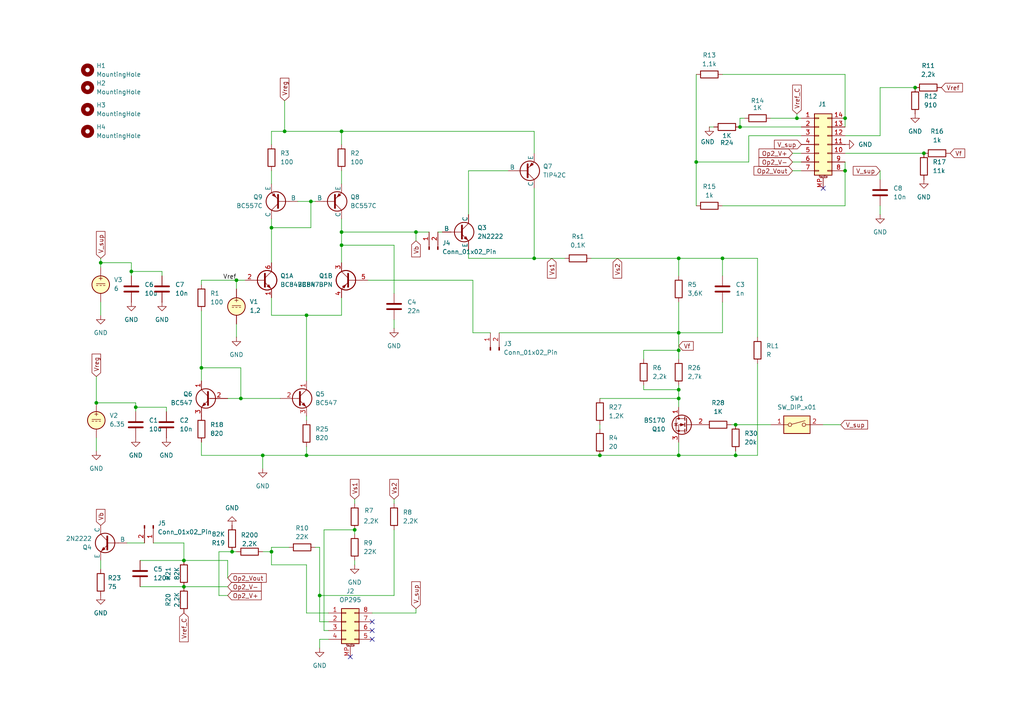
<source format=kicad_sch>
(kicad_sch (version 20231120) (generator "eeschema") (generator_version "8.0")
  (paper "A4")
  (lib_symbols
    (symbol "Connector:Conn_01x02_Pin" (pin_names (offset 1.016) hide)
      (property "Reference" "J" (at 0 2.54 0))
      (property "Value" "Conn_01x02_Pin" (at 0 -5.08 0))
      (symbol "Conn_01x02_Pin_1_1"
        (pin passive line (at 5.08 0 180) (length 3.81) (name "Pin_1") (number "1"))
        (pin passive line (at 5.08 -2.54 180) (length 3.81) (name "Pin_2") (number "2"))
      )
    )
    (symbol "Connector_Generic_MountingPin:Conn_02x04_Counter_Clockwise_MountingPin" (pin_names (offset 1.016) hide)
      (property "Reference" "J" (at 1.27 5.08 0))
      (property "Value" "Conn_02x04_Counter_Clockwise_MountingPin" (at 2.54 -7.62 0))
      (symbol "Conn_02x04_Counter_Clockwise_MountingPin_1_1"
        (text "Mounting" (at 1.27 -6.731 0) (effects (font (size 0.381 0.381))))
        (pin passive line (at -5.08 2.54 0) (length 3.81) (name "Pin_1") (number "1"))
        (pin passive line (at -5.08 0 0) (length 3.81) (name "Pin_2") (number "2"))
        (pin passive line (at -5.08 -2.54 0) (length 3.81) (name "Pin_3") (number "3"))
        (pin passive line (at -5.08 -5.08 0) (length 3.81) (name "Pin_4") (number "4"))
        (pin passive line (at 7.62 -5.08 180) (length 3.81) (name "Pin_5") (number "5"))
        (pin passive line (at 7.62 -2.54 180) (length 3.81) (name "Pin_6") (number "6"))
        (pin passive line (at 7.62 0 180) (length 3.81) (name "Pin_7") (number "7"))
        (pin passive line (at 7.62 2.54 180) (length 3.81) (name "Pin_8") (number "8"))
        (pin passive line (at 1.27 -10.16 90) (length 3.048) (name "MountPin") (number "MP"))
      )
    )
    (symbol "Connector_Generic_MountingPin:Conn_02x07_Counter_Clockwise_MountingPin" (pin_names (offset 1.016) hide)
      (property "Reference" "J" (at 1.27 10.16 0))
      (property "Value" "Conn_02x07_Counter_Clockwise_MountingPin" (at 2.54 -10.16 0))
      (symbol "Conn_02x07_Counter_Clockwise_MountingPin_1_1"
        (text "Mounting" (at 1.27 -9.271 0) (effects (font (size 0.381 0.381))))
        (pin passive line (at -5.08 7.62 0) (length 3.81) (name "Pin_1") (number "1"))
        (pin passive line (at 7.62 -2.54 180) (length 3.81) (name "Pin_10") (number "10"))
        (pin passive line (at 7.62 0 180) (length 3.81) (name "Pin_11") (number "11"))
        (pin passive line (at 7.62 2.54 180) (length 3.81) (name "Pin_12") (number "12"))
        (pin passive line (at 7.62 5.08 180) (length 3.81) (name "Pin_13") (number "13"))
        (pin passive line (at 7.62 7.62 180) (length 3.81) (name "Pin_14") (number "14"))
        (pin passive line (at -5.08 5.08 0) (length 3.81) (name "Pin_2") (number "2"))
        (pin passive line (at -5.08 2.54 0) (length 3.81) (name "Pin_3") (number "3"))
        (pin passive line (at -5.08 0 0) (length 3.81) (name "Pin_4") (number "4"))
        (pin passive line (at -5.08 -2.54 0) (length 3.81) (name "Pin_5") (number "5"))
        (pin passive line (at -5.08 -5.08 0) (length 3.81) (name "Pin_6") (number "6"))
        (pin passive line (at -5.08 -7.62 0) (length 3.81) (name "Pin_7") (number "7"))
        (pin passive line (at 7.62 -7.62 180) (length 3.81) (name "Pin_8") (number "8"))
        (pin passive line (at 7.62 -5.08 180) (length 3.81) (name "Pin_9") (number "9"))
        (pin passive line (at 1.27 -12.7 90) (length 3.048) (name "MountPin") (number "MP"))
      )
    )
    (symbol "Device:C" (pin_numbers hide) (pin_names (offset 0.254))
      (property "Reference" "C" (at 0.635 2.54 0))
      (property "Value" "C" (at 0.635 -2.54 0))
      (symbol "C_1_1"
        (pin passive line (at 0 3.81 270) (length 2.794) (name "~") (number "1"))
        (pin passive line (at 0 -3.81 90) (length 2.794) (name "~") (number "2"))
      )
    )
    (symbol "Device:R" (pin_numbers hide) (pin_names (offset 0))
      (property "Reference" "R" (at 2.032 0 90))
      (property "Value" "R" (at 0 0 90))
      (symbol "R_1_1"
        (pin passive line (at 0 3.81 270) (length 1.27) (name "~") (number "1"))
        (pin passive line (at 0 -3.81 90) (length 1.27) (name "~") (number "2"))
      )
    )
    (symbol "Mechanical:MountingHole" (pin_names (offset 1.016))
      (property "Reference" "H" (at 0 5.08 0))
      (property "Value" "MountingHole" (at 0 3.175 0))
    )
    (symbol "Simulation_SPICE:NPN" (pin_numbers hide) (pin_names (offset 0))
      (property "Reference" "Q" (at -2.54 7.62 0))
      (property "Value" "NPN" (at -2.54 5.08 0))
      (symbol "NPN_1_1"
        (pin open_collector line (at 2.54 5.08 270) (length 2.54) (name "C") (number "1"))
        (pin input line (at -5.08 0 0) (length 2.54) (name "B") (number "2"))
        (pin open_emitter line (at 2.54 -5.08 90) (length 2.54) (name "E") (number "3"))
      )
    )
    (symbol "Simulation_SPICE:PNP" (pin_numbers hide) (pin_names (offset 0))
      (property "Reference" "Q" (at -2.54 7.62 0))
      (property "Value" "PNP" (at -2.54 5.08 0))
      (symbol "PNP_1_1"
        (pin open_collector line (at 2.54 5.08 270) (length 2.54) (name "C") (number "1"))
        (pin input line (at -5.08 0 0) (length 2.54) (name "B") (number "2"))
        (pin open_emitter line (at 2.54 -5.08 90) (length 2.54) (name "E") (number "3"))
      )
    )
    (symbol "Simulation_SPICE:VDC" (pin_numbers hide) (pin_names (offset 0.0254))
      (property "Reference" "V" (at 2.54 2.54 0))
      (property "Value" "1" (at 2.54 0 0))
      (symbol "VDC_0_0"
        (text "+" (at 0 1.905 0) (effects (font (size 1.27 1.27))))
      )
      (symbol "VDC_1_1"
        (pin passive line (at 0 5.08 270) (length 2.54) (name "~") (number "1"))
        (pin passive line (at 0 -5.08 90) (length 2.54) (name "~") (number "2"))
      )
    )
    (symbol "Switch:SW_DIP_x01" (pin_names (offset 0) hide)
      (property "Reference" "SW" (at 0 3.81 0))
      (property "Value" "SW_DIP_x01" (at 0 -3.81 0))
      (symbol "SW_DIP_x01_1_1"
        (pin passive line (at -7.62 0 0) (length 5.08) (name "~") (number "1"))
        (pin passive line (at 7.62 0 180) (length 5.08) (name "~") (number "2"))
      )
    )
    (symbol "Transistor_BJT:BC547" (pin_names (offset 0) hide)
      (property "Reference" "Q" (at 5.08 1.905 0))
      (property "Value" "BC547" (at 5.08 0 0))
      (symbol "BC547_1_1"
        (pin passive line (at 2.54 5.08 270) (length 2.54) (name "C") (number "1"))
        (pin input line (at -5.08 0 0) (length 5.08) (name "B") (number "2"))
        (pin passive line (at 2.54 -5.08 90) (length 2.54) (name "E") (number "3"))
      )
    )
    (symbol "Transistor_BJT:BC847BPN" (pin_names (offset 0) hide)
      (property "Reference" "Q" (at 5.08 1.27 0))
      (property "Value" "BC847BPN" (at 5.08 -1.27 0))
      (symbol "BC847BPN_1_1"
        (pin passive line (at 2.54 -5.08 90) (length 2.54) (name "E1") (number "1"))
        (pin input line (at -5.08 0 0) (length 2.54) (name "B1") (number "2"))
        (pin passive line (at 2.54 5.08 270) (length 2.54) (name "C1") (number "6"))
      )
      (symbol "BC847BPN_2_1"
        (pin passive line (at 2.54 5.08 270) (length 2.54) (name "C2") (number "3"))
        (pin passive line (at 2.54 -5.08 90) (length 2.54) (name "E2") (number "4"))
        (pin input line (at -5.08 0 0) (length 2.54) (name "B2") (number "5"))
      )
    )
    (symbol "Transistor_FET:BS170" (pin_names hide)
      (property "Reference" "Q" (at 5.08 1.905 0))
      (property "Value" "BS170" (at 5.08 0 0))
      (symbol "BS170_1_1"
        (pin passive line (at 2.54 5.08 270) (length 2.54) (name "D") (number "1"))
        (pin input line (at -5.08 0 0) (length 2.54) (name "G") (number "2"))
        (pin passive line (at 2.54 -5.08 90) (length 2.54) (name "S") (number "3"))
      )
    )
    (symbol "power:GND" (power) (pin_numbers hide) (pin_names (offset 0) hide)
      (property "Value" "GND" (at 0 -3.81 0))
      (symbol "GND_1_1"
        (pin power_in line (at 0 0 270) (length 0) (name "~") (number "1"))
      )
    )
  )
  (junction (at 213.36 123.19))
  (junction (at 88.9 132.08))
  (junction (at 154.94 74.93))
  (junction (at 53.34 162.56))
  (junction (at 196.85 115.57))
  (junction (at 29.21 76.2))
  (junction (at 173.99 132.08))
  (junction (at 102.87 153.67))
  (junction (at 53.34 170.18))
  (junction (at 67.31 160.02))
  (junction (at 196.85 113.03))
  (junction (at 245.11 49.53))
  (junction (at 82.55 38.1))
  (junction (at 58.42 106.68))
  (junction (at 38.1 78.74))
  (junction (at 196.85 74.93))
  (junction (at 76.2 132.08))
  (junction (at 213.36 132.08))
  (junction (at 92.71 172.72))
  (junction (at 78.74 160.02))
  (junction (at 99.06 71.12))
  (junction (at 231.14 34.29))
  (junction (at 68.58 81.28))
  (junction (at 120.65 67.31))
  (junction (at 88.9 91.44))
  (junction (at 209.55 74.93))
  (junction (at 99.06 38.1))
  (junction (at 201.93 46.99))
  (junction (at 196.85 101.6))
  (junction (at 78.74 66.04))
  (junction (at 245.11 34.29))
  (junction (at 69.85 115.57))
  (junction (at 265.43 25.4))
  (junction (at 39.37 118.11))
  (junction (at 99.06 67.31))
  (junction (at 214.63 36.83))
  (junction (at 267.97 44.45))
  (junction (at 90.17 58.42))
  (junction (at 196.85 132.08))
  (junction (at 27.94 116.84))
  (junction (at 196.85 96.52))
  (no_connect (at 101.6 190.5))
  (no_connect (at 107.95 182.88))
  (no_connect (at 107.95 185.42))
  (no_connect (at 238.76 54.61))
  (no_connect (at 107.95 180.34))
  (wire (pts (xy 66.04 167.64) (xy 66.04 162.56)))
  (wire (pts (xy 29.21 165.1) (xy 29.21 162.56)))
  (wire (pts (xy 186.69 111.76) (xy 186.69 113.03)))
  (wire (pts (xy 232.41 39.37) (xy 217.17 39.37)))
  (wire (pts (xy 196.85 113.03) (xy 196.85 115.57)))
  (wire (pts (xy 99.06 38.1) (xy 154.94 38.1)))
  (wire (pts (xy 212.09 123.19) (xy 213.36 123.19)))
  (wire (pts (xy 120.65 176.53) (xy 120.65 177.8)))
  (wire (pts (xy 102.87 162.56) (xy 102.87 163.83)))
  (wire (pts (xy 137.16 81.28) (xy 137.16 96.52)))
  (wire (pts (xy 196.85 74.93) (xy 209.55 74.93)))
  (wire (pts (xy 88.9 177.8) (xy 88.9 163.83)))
  (wire (pts (xy 58.42 81.28) (xy 68.58 81.28)))
  (wire (pts (xy 186.69 104.14) (xy 186.69 101.6)))
  (wire (pts (xy 231.14 33.02) (xy 231.14 34.29)))
  (wire (pts (xy 213.36 132.08) (xy 219.71 132.08)))
  (wire (pts (xy 114.3 92.71) (xy 114.3 95.25)))
  (wire (pts (xy 38.1 76.2) (xy 38.1 78.74)))
  (wire (pts (xy 29.21 87.63) (xy 29.21 91.44)))
  (wire (pts (xy 39.37 118.11) (xy 39.37 119.38)))
  (wire (pts (xy 196.85 132.08) (xy 213.36 132.08)))
  (wire (pts (xy 201.93 21.59) (xy 201.93 46.99)))
  (wire (pts (xy 219.71 105.41) (xy 219.71 132.08)))
  (wire (pts (xy 173.99 115.57) (xy 196.85 115.57)))
  (wire (pts (xy 201.93 46.99) (xy 201.93 59.69)))
  (wire (pts (xy 88.9 110.49) (xy 88.9 91.44)))
  (wire (pts (xy 90.17 58.42) (xy 91.44 58.42)))
  (wire (pts (xy 82.55 29.21) (xy 82.55 38.1)))
  (wire (pts (xy 93.98 153.67) (xy 93.98 182.88)))
  (wire (pts (xy 69.85 115.57) (xy 69.85 106.68)))
  (wire (pts (xy 88.9 120.65) (xy 88.9 121.92)))
  (wire (pts (xy 91.44 158.75) (xy 92.71 158.75)))
  (wire (pts (xy 238.76 123.19) (xy 243.84 123.19)))
  (wire (pts (xy 66.04 162.56) (xy 53.34 162.56)))
  (wire (pts (xy 120.65 177.8) (xy 107.95 177.8)))
  (wire (pts (xy 76.2 132.08) (xy 88.9 132.08)))
  (wire (pts (xy 44.45 157.48) (xy 53.34 157.48)))
  (wire (pts (xy 95.25 177.8) (xy 88.9 177.8)))
  (wire (pts (xy 154.94 44.45) (xy 154.94 38.1)))
  (wire (pts (xy 27.94 116.84) (xy 39.37 116.84)))
  (wire (pts (xy 209.55 59.69) (xy 245.11 59.69)))
  (wire (pts (xy 46.99 78.74) (xy 46.99 80.01)))
  (wire (pts (xy 58.42 106.68) (xy 58.42 110.49)))
  (wire (pts (xy 196.85 115.57) (xy 196.85 118.11)))
  (wire (pts (xy 245.11 39.37) (xy 255.27 39.37)))
  (wire (pts (xy 173.99 123.19) (xy 173.99 124.46)))
  (wire (pts (xy 245.11 46.99) (xy 245.11 49.53)))
  (wire (pts (xy 92.71 187.96) (xy 92.71 185.42)))
  (wire (pts (xy 40.64 162.56) (xy 53.34 162.56)))
  (wire (pts (xy 67.31 160.02) (xy 68.58 160.02)))
  (wire (pts (xy 82.55 38.1) (xy 99.06 38.1)))
  (wire (pts (xy 29.21 76.2) (xy 29.21 77.47)))
  (wire (pts (xy 201.93 46.99) (xy 217.17 46.99)))
  (wire (pts (xy 29.21 74.93) (xy 29.21 76.2)))
  (wire (pts (xy 196.85 128.27) (xy 196.85 132.08)))
  (wire (pts (xy 171.45 74.93) (xy 196.85 74.93)))
  (wire (pts (xy 93.98 182.88) (xy 95.25 182.88)))
  (wire (pts (xy 231.14 34.29) (xy 232.41 34.29)))
  (wire (pts (xy 209.55 96.52) (xy 196.85 96.52)))
  (wire (pts (xy 78.74 86.36) (xy 78.74 91.44)))
  (wire (pts (xy 92.71 185.42) (xy 95.25 185.42)))
  (wire (pts (xy 78.74 160.02) (xy 78.74 163.83)))
  (wire (pts (xy 205.74 36.83) (xy 207.01 36.83)))
  (wire (pts (xy 102.87 153.67) (xy 102.87 154.94)))
  (wire (pts (xy 58.42 82.55) (xy 58.42 81.28)))
  (wire (pts (xy 106.68 81.28) (xy 137.16 81.28)))
  (wire (pts (xy 209.55 74.93) (xy 209.55 80.01)))
  (wire (pts (xy 186.69 113.03) (xy 196.85 113.03)))
  (wire (pts (xy 196.85 87.63) (xy 196.85 96.52)))
  (wire (pts (xy 68.58 93.98) (xy 68.58 97.79)))
  (wire (pts (xy 95.25 180.34) (xy 92.71 180.34)))
  (wire (pts (xy 135.89 72.39) (xy 135.89 74.93)))
  (wire (pts (xy 196.85 111.76) (xy 196.85 113.03)))
  (wire (pts (xy 39.37 118.11) (xy 48.26 118.11)))
  (wire (pts (xy 229.87 49.53) (xy 232.41 49.53)))
  (wire (pts (xy 223.52 34.29) (xy 231.14 34.29)))
  (wire (pts (xy 27.94 109.22) (xy 27.94 116.84)))
  (wire (pts (xy 78.74 63.5) (xy 78.74 66.04)))
  (wire (pts (xy 219.71 74.93) (xy 219.71 97.79)))
  (wire (pts (xy 27.94 127) (xy 27.94 130.81)))
  (wire (pts (xy 88.9 132.08) (xy 173.99 132.08)))
  (wire (pts (xy 58.42 132.08) (xy 76.2 132.08)))
  (wire (pts (xy 245.11 59.69) (xy 245.11 49.53)))
  (wire (pts (xy 92.71 158.75) (xy 92.71 172.72)))
  (wire (pts (xy 99.06 67.31) (xy 99.06 71.12)))
  (wire (pts (xy 114.3 144.78) (xy 114.3 146.05)))
  (wire (pts (xy 93.98 153.67) (xy 102.87 153.67)))
  (wire (pts (xy 245.11 44.45) (xy 267.97 44.45)))
  (wire (pts (xy 135.89 49.53) (xy 135.89 62.23)))
  (wire (pts (xy 78.74 160.02) (xy 78.74 158.75)))
  (wire (pts (xy 68.58 83.82) (xy 68.58 81.28)))
  (wire (pts (xy 63.5 172.72) (xy 66.04 172.72)))
  (wire (pts (xy 196.85 96.52) (xy 196.85 101.6)))
  (wire (pts (xy 63.5 160.02) (xy 63.5 172.72)))
  (wire (pts (xy 29.21 76.2) (xy 38.1 76.2)))
  (wire (pts (xy 214.63 34.29) (xy 214.63 36.83)))
  (wire (pts (xy 114.3 172.72) (xy 92.71 172.72)))
  (wire (pts (xy 229.87 44.45) (xy 232.41 44.45)))
  (wire (pts (xy 196.85 101.6) (xy 196.85 104.14)))
  (wire (pts (xy 58.42 90.17) (xy 58.42 106.68)))
  (wire (pts (xy 66.04 115.57) (xy 69.85 115.57)))
  (wire (pts (xy 69.85 115.57) (xy 81.28 115.57)))
  (wire (pts (xy 217.17 39.37) (xy 217.17 46.99)))
  (wire (pts (xy 127 67.31) (xy 128.27 67.31)))
  (wire (pts (xy 144.78 96.52) (xy 196.85 96.52)))
  (wire (pts (xy 114.3 71.12) (xy 99.06 71.12)))
  (wire (pts (xy 99.06 91.44) (xy 99.06 86.36)))
  (wire (pts (xy 173.99 132.08) (xy 196.85 132.08)))
  (wire (pts (xy 53.34 170.18) (xy 66.04 170.18)))
  (wire (pts (xy 135.89 74.93) (xy 154.94 74.93)))
  (wire (pts (xy 120.65 67.31) (xy 124.46 67.31)))
  (wire (pts (xy 78.74 66.04) (xy 78.74 76.2)))
  (wire (pts (xy 90.17 66.04) (xy 78.74 66.04)))
  (wire (pts (xy 154.94 54.61) (xy 154.94 74.93)))
  (wire (pts (xy 78.74 49.53) (xy 78.74 53.34)))
  (wire (pts (xy 99.06 49.53) (xy 99.06 53.34)))
  (wire (pts (xy 102.87 144.78) (xy 102.87 146.05)))
  (wire (pts (xy 209.55 21.59) (xy 245.11 21.59)))
  (wire (pts (xy 114.3 85.09) (xy 114.3 71.12)))
  (wire (pts (xy 88.9 129.54) (xy 88.9 132.08)))
  (wire (pts (xy 38.1 78.74) (xy 38.1 80.01)))
  (wire (pts (xy 78.74 38.1) (xy 82.55 38.1)))
  (wire (pts (xy 255.27 25.4) (xy 265.43 25.4)))
  (wire (pts (xy 68.58 81.28) (xy 71.12 81.28)))
  (wire (pts (xy 39.37 116.84) (xy 39.37 118.11)))
  (wire (pts (xy 229.87 46.99) (xy 232.41 46.99)))
  (wire (pts (xy 114.3 153.67) (xy 114.3 172.72)))
  (wire (pts (xy 209.55 74.93) (xy 219.71 74.93)))
  (wire (pts (xy 36.83 157.48) (xy 41.91 157.48)))
  (wire (pts (xy 40.64 170.18) (xy 53.34 170.18)))
  (wire (pts (xy 213.36 130.81) (xy 213.36 132.08)))
  (wire (pts (xy 137.16 96.52) (xy 142.24 96.52)))
  (wire (pts (xy 120.65 67.31) (xy 120.65 69.85)))
  (wire (pts (xy 154.94 74.93) (xy 163.83 74.93)))
  (wire (pts (xy 48.26 118.11) (xy 48.26 119.38)))
  (wire (pts (xy 78.74 91.44) (xy 88.9 91.44)))
  (wire (pts (xy 76.2 132.08) (xy 76.2 135.89)))
  (wire (pts (xy 63.5 160.02) (xy 67.31 160.02)))
  (wire (pts (xy 88.9 91.44) (xy 99.06 91.44)))
  (wire (pts (xy 255.27 39.37) (xy 255.27 25.4)))
  (wire (pts (xy 90.17 58.42) (xy 90.17 66.04)))
  (wire (pts (xy 92.71 172.72) (xy 92.71 180.34)))
  (wire (pts (xy 53.34 162.56) (xy 53.34 157.48)))
  (wire (pts (xy 245.11 21.59) (xy 245.11 34.29)))
  (wire (pts (xy 78.74 158.75) (xy 83.82 158.75)))
  (wire (pts (xy 99.06 63.5) (xy 99.06 67.31)))
  (wire (pts (xy 78.74 163.83) (xy 88.9 163.83)))
  (wire (pts (xy 255.27 49.53) (xy 255.27 52.07)))
  (wire (pts (xy 135.89 49.53) (xy 147.32 49.53)))
  (wire (pts (xy 215.9 34.29) (xy 214.63 34.29)))
  (wire (pts (xy 245.11 34.29) (xy 245.11 36.83)))
  (wire (pts (xy 99.06 38.1) (xy 99.06 41.91)))
  (wire (pts (xy 78.74 41.91) (xy 78.74 38.1)))
  (wire (pts (xy 99.06 71.12) (xy 99.06 76.2)))
  (wire (pts (xy 58.42 106.68) (xy 69.85 106.68)))
  (wire (pts (xy 209.55 87.63) (xy 209.55 96.52)))
  (wire (pts (xy 255.27 59.69) (xy 255.27 62.23)))
  (wire (pts (xy 196.85 74.93) (xy 196.85 80.01)))
  (wire (pts (xy 76.2 160.02) (xy 78.74 160.02)))
  (wire (pts (xy 213.36 123.19) (xy 223.52 123.19)))
  (wire (pts (xy 86.36 58.42) (xy 90.17 58.42)))
  (wire (pts (xy 58.42 128.27) (xy 58.42 132.08)))
  (wire (pts (xy 99.06 67.31) (xy 120.65 67.31)))
  (wire (pts (xy 214.63 36.83) (xy 232.41 36.83)))
  (wire (pts (xy 38.1 78.74) (xy 46.99 78.74)))
  (wire (pts (xy 186.69 101.6) (xy 196.85 101.6)))
  (label "Vref" (at 68.58 81.28 180))
  (global_label "Op2_V-" (shape input) (at 229.87 46.99 180) (property "Intersheetrefs" "${INTERSHEET_REFS}" (effects (hide yes))))
  (global_label "Vs1" (shape input) (at 102.87 144.78 90) (property "Intersheetrefs" "${INTERSHEET_REFS}" (effects (hide yes))))
  (global_label "V_sup" (shape input) (at 232.41 41.91 180) (property "Intersheetrefs" "${INTERSHEET_REFS}" (effects (hide yes))))
  (global_label "V_sup" (shape input) (at 255.27 49.53 180) (property "Intersheetrefs" "${INTERSHEET_REFS}" (effects (hide yes))))
  (global_label "Vf" (shape input) (at 196.85 100.33 0) (property "Intersheetrefs" "${INTERSHEET_REFS}" (effects (hide yes))))
  (global_label "Vs2" (shape input) (at 179.07 74.93 270) (property "Intersheetrefs" "${INTERSHEET_REFS}" (effects (hide yes))))
  (global_label "Vreg" (shape input) (at 27.94 109.22 90) (property "Intersheetrefs" "${INTERSHEET_REFS}" (effects (hide yes))))
  (global_label "Vs1" (shape input) (at 160.02 74.93 270) (property "Intersheetrefs" "${INTERSHEET_REFS}" (effects (hide yes))))
  (global_label "Vs2" (shape input) (at 114.3 144.78 90) (property "Intersheetrefs" "${INTERSHEET_REFS}" (effects (hide yes))))
  (global_label "Vref_C" (shape input) (at 53.34 177.8 270) (property "Intersheetrefs" "${INTERSHEET_REFS}" (effects (hide yes))))
  (global_label "Op2_Vout" (shape input) (at 66.04 167.64 0) (property "Intersheetrefs" "${INTERSHEET_REFS}" (effects (hide yes))))
  (global_label "V_sup" (shape input) (at 120.65 176.53 90) (property "Intersheetrefs" "${INTERSHEET_REFS}" (effects (hide yes))))
  (global_label "V_sup" (shape input) (at 243.84 123.19 0) (property "Intersheetrefs" "${INTERSHEET_REFS}" (effects (hide yes))))
  (global_label "Vb" (shape input) (at 29.21 152.4 90) (property "Intersheetrefs" "${INTERSHEET_REFS}" (effects (hide yes))))
  (global_label "Op2_V-" (shape input) (at 66.04 170.18 0) (property "Intersheetrefs" "${INTERSHEET_REFS}" (effects (hide yes))))
  (global_label "Op2_Vout" (shape input) (at 229.87 49.53 180) (property "Intersheetrefs" "${INTERSHEET_REFS}" (effects (hide yes))))
  (global_label "V_sup" (shape input) (at 29.21 74.93 90) (property "Intersheetrefs" "${INTERSHEET_REFS}" (effects (hide yes))))
  (global_label "Vref" (shape input) (at 273.05 25.4 0) (property "Intersheetrefs" "${INTERSHEET_REFS}" (effects (hide yes))))
  (global_label "Vreg" (shape input) (at 82.55 29.21 90) (property "Intersheetrefs" "${INTERSHEET_REFS}" (effects (hide yes))))
  (global_label "Vf" (shape input) (at 275.59 44.45 0) (property "Intersheetrefs" "${INTERSHEET_REFS}" (effects (hide yes))))
  (global_label "Op2_V+" (shape input) (at 66.04 172.72 0) (property "Intersheetrefs" "${INTERSHEET_REFS}" (effects (hide yes))))
  (global_label "Vref_C" (shape input) (at 231.14 33.02 90) (property "Intersheetrefs" "${INTERSHEET_REFS}" (effects (hide yes))))
  (global_label "Op2_V+" (shape input) (at 229.87 44.45 180) (property "Intersheetrefs" "${INTERSHEET_REFS}" (effects (hide yes))))
  (global_label "Vb" (shape input) (at 120.65 69.85 270) (property "Intersheetrefs" "${INTERSHEET_REFS}" (effects (hide yes))))
  (symbol (lib_id "Device:R") (at 271.78 44.45 270) (unit 1)
    (property "Reference" "R16" (at 271.78 38.1 90))
    (property "Value" "1k" (at 271.78 40.64 90))
    (property "Footprint" "Resistor_THT:R_Axial_DIN0204_L3.6mm_D1.6mm_P7.62mm_Horizontal" (effects (hide yes)))
    (property "Description" "Resistor" (effects (hide yes)))
  )
  (symbol (lib_id "Device:R") (at 219.71 101.6 180) (unit 1)
    (property "Reference" "RL1" (at 222.25 100.3299 0) (effects (justify right)))
    (property "Value" "R" (at 222.25 102.8699 0) (effects (justify right)))
    (property "Footprint" "TerminalBlock_Phoenix:TerminalBlock_Phoenix_MKDS-3-2-5.08_1x02_P5.08mm_Horizontal" (effects (hide yes)))
    (property "Description" "Resistor" (effects (hide yes)))
  )
  (symbol (lib_id "Device:R") (at 173.99 119.38 180) (unit 1)
    (property "Reference" "R27" (at 176.53 118.1099 0) (effects (justify right)))
    (property "Value" "1,2K" (at 176.53 120.6499 0) (effects (justify right)))
    (property "Footprint" "Resistor_THT:R_Axial_DIN0204_L3.6mm_D1.6mm_P7.62mm_Horizontal" (effects (hide yes)))
    (property "Description" "Resistor" (effects (hide yes)))
  )
  (symbol (lib_id "Device:R") (at 267.97 48.26 180) (unit 1)
    (property "Reference" "R17" (at 270.51 46.9899 0) (effects (justify right)))
    (property "Value" "11k" (at 270.51 49.5299 0) (effects (justify right)))
    (property "Footprint" "Resistor_THT:R_Axial_DIN0204_L3.6mm_D1.6mm_P7.62mm_Horizontal" (effects (hide yes)))
    (property "Description" "Resistor" (effects (hide yes)))
  )
  (symbol (lib_id "Device:R") (at 99.06 45.72 0) (unit 1)
    (property "Reference" "R2" (at 101.6 44.4499 0) (effects (justify left)))
    (property "Value" "100" (at 101.6 46.9899 0) (effects (justify left)))
    (property "Footprint" "Resistor_THT:R_Axial_DIN0204_L3.6mm_D1.6mm_P7.62mm_Horizontal" (effects (hide yes)))
    (property "Description" "Resistor" (effects (hide yes)))
  )
  (symbol (lib_id "Connector_Generic_MountingPin:Conn_02x04_Counter_Clockwise_MountingPin") (at 100.33 180.34 0) (unit 1)
    (property "Reference" "J2" (at 101.6 171.45 0))
    (property "Value" "OP295" (at 101.6 173.99 0))
    (property "Footprint" "Package_DIP:DIP-8_W7.62mm" (effects (hide yes)))
    (property "Description" "Generic connectable mounting pin connector, double row, 02x04, counter clockwise pin numbering scheme (similar to DIP package numbering), script generated (kicad-library-utils/schlib/autogen/connector/)" (effects (hide yes)))
  )
  (symbol (lib_id "power:GND") (at 29.21 91.44 0) (unit 1) (on_board no)
    (property "Reference" "#PWR06" (effects (hide yes)))
    (property "Value" "GND" (at 29.21 96.52 0))
    (property "Description" "Power symbol creates a global label with name \"GND\" , ground" (effects (hide yes)))
  )
  (symbol (lib_id "power:GND") (at 48.26 127 0) (unit 1) (on_board no)
    (property "Reference" "#PWR015" (effects (hide yes)))
    (property "Value" "GND" (at 48.26 132.08 0))
    (property "Description" "Power symbol creates a global label with name \"GND\" , ground" (effects (hide yes)))
  )
  (symbol (lib_id "power:GND") (at 46.99 87.63 0) (unit 1) (on_board no)
    (property "Reference" "#PWR017" (effects (hide yes)))
    (property "Value" "GND" (at 46.99 92.71 0))
    (property "Description" "Power symbol creates a global label with name \"GND\" , ground" (effects (hide yes)))
  )
  (symbol (lib_id "Device:R") (at 53.34 166.37 180) (unit 1)
    (property "Reference" "R21" (at 48.768 166.37 90))
    (property "Value" "82K" (at 51.308 166.37 90))
    (property "Footprint" "Resistor_THT:R_Axial_DIN0204_L3.6mm_D1.6mm_P7.62mm_Horizontal" (effects (hide yes)))
    (property "Description" "Resistor" (effects (hide yes)))
  )
  (symbol (lib_id "power:GND") (at 38.1 87.63 0) (unit 1) (on_board no)
    (property "Reference" "#PWR016" (effects (hide yes)))
    (property "Value" "GND" (at 38.1 92.71 0))
    (property "Description" "Power symbol creates a global label with name \"GND\" , ground" (effects (hide yes)))
  )
  (symbol (lib_id "Device:R") (at 186.69 107.95 180) (unit 1)
    (property "Reference" "R6" (at 189.23 106.6799 0) (effects (justify right)))
    (property "Value" "2,2k" (at 189.23 109.2199 0) (effects (justify right)))
    (property "Footprint" "Resistor_THT:R_Axial_DIN0204_L3.6mm_D1.6mm_P7.62mm_Horizontal" (effects (hide yes)))
    (property "Description" "Resistor" (effects (hide yes)))
  )
  (symbol (lib_id "Mechanical:MountingHole") (at 25.4 20.32 0) (unit 1)
    (property "Reference" "H1" (at 27.94 19.05 0) (effects (justify left)))
    (property "Value" "MountingHole" (at 27.94 21.59 0) (effects (justify left)))
    (property "Footprint" "MountingHole:MountingHole_2.7mm_M2.5" (effects (hide yes)))
  )
  (symbol (lib_id "Device:C") (at 114.3 88.9 0) (unit 1)
    (property "Reference" "C4" (at 118.11 87.6299 0) (effects (justify left)))
    (property "Value" "22n" (at 118.11 90.1699 0) (effects (justify left)))
    (property "Footprint" "Capacitor_THT:C_Disc_D5.0mm_W2.5mm_P5.00mm" (effects (hide yes)))
    (property "Description" "Unpolarized capacitor" (effects (hide yes)))
  )
  (symbol (lib_id "Device:R") (at 269.24 25.4 270) (unit 1)
    (property "Reference" "R11" (at 269.24 19.05 90))
    (property "Value" "2,2k" (at 269.24 21.59 90))
    (property "Footprint" "Resistor_THT:R_Axial_DIN0204_L3.6mm_D1.6mm_P7.62mm_Horizontal" (effects (hide yes)))
    (property "Description" "Resistor" (effects (hide yes)))
  )
  (symbol (lib_id "Device:R") (at 78.74 45.72 0) (unit 1)
    (property "Reference" "R3" (at 81.28 44.4499 0) (effects (justify left)))
    (property "Value" "100" (at 81.28 46.9899 0) (effects (justify left)))
    (property "Footprint" "Resistor_THT:R_Axial_DIN0204_L3.6mm_D1.6mm_P7.62mm_Horizontal" (effects (hide yes)))
    (property "Description" "Resistor" (effects (hide yes)))
  )
  (symbol (lib_id "Device:R") (at 196.85 83.82 180) (unit 1)
    (property "Reference" "R5" (at 199.39 82.5499 0) (effects (justify right)))
    (property "Value" "3,6K" (at 199.39 85.0899 0) (effects (justify right)))
    (property "Footprint" "Resistor_THT:R_Axial_DIN0204_L3.6mm_D1.6mm_P7.62mm_Horizontal" (effects (hide yes)))
    (property "Description" "Resistor" (effects (hide yes)))
  )
  (symbol (lib_id "Device:R") (at 67.31 156.21 0) (unit 1)
    (property "Reference" "R19" (at 65.278 157.48 0) (effects (justify right)))
    (property "Value" "82K" (at 65.278 154.94 0) (effects (justify right)))
    (property "Footprint" "Resistor_THT:R_Axial_DIN0204_L3.6mm_D1.6mm_P7.62mm_Horizontal" (effects (hide yes)))
    (property "Description" "Resistor" (effects (hide yes)))
  )
  (symbol (lib_id "Device:R") (at 29.21 168.91 180) (unit 1)
    (property "Reference" "R23" (at 31.242 167.64 0) (effects (justify right)))
    (property "Value" "75" (at 31.242 170.18 0) (effects (justify right)))
    (property "Footprint" "Resistor_THT:R_Axial_DIN0204_L3.6mm_D1.6mm_P7.62mm_Horizontal" (effects (hide yes)))
    (property "Description" "Resistor" (effects (hide yes)))
  )
  (symbol (lib_id "power:GND") (at 205.74 36.83 0) (unit 1)
    (property "Reference" "#PWR08" (effects (hide yes)))
    (property "Value" "GND" (at 205.232 41.148 0))
    (property "Description" "Power symbol creates a global label with name \"GND\" , ground" (effects (hide yes)))
  )
  (symbol (lib_id "Device:R") (at 210.82 36.83 90) (unit 1)
    (property "Reference" "R24" (at 210.82 41.402 90))
    (property "Value" "1K" (at 210.82 39.37 90))
    (property "Footprint" "Resistor_THT:R_Axial_DIN0204_L3.6mm_D1.6mm_P7.62mm_Horizontal" (effects (hide yes)))
    (property "Description" "Resistor" (effects (hide yes)))
  )
  (symbol (lib_id "Device:R") (at 208.28 123.19 270) (unit 1)
    (property "Reference" "R28" (at 208.28 116.84 90))
    (property "Value" "1K" (at 208.28 119.38 90))
    (property "Footprint" "Resistor_THT:R_Axial_DIN0207_L6.3mm_D2.5mm_P10.16mm_Horizontal" (effects (hide yes)))
    (property "Description" "Resistor" (effects (hide yes)))
  )
  (symbol (lib_id "power:GND") (at 267.97 52.07 0) (unit 1)
    (property "Reference" "#PWR012" (effects (hide yes)))
    (property "Value" "GND" (at 267.97 57.15 0))
    (property "Description" "Power symbol creates a global label with name \"GND\" , ground" (effects (hide yes)))
  )
  (symbol (lib_id "Connector_Generic_MountingPin:Conn_02x07_Counter_Clockwise_MountingPin") (at 237.49 41.91 0) (unit 1)
    (property "Reference" "J1" (at 238.506 30.226 0))
    (property "Value" "Conn_02x07_Counter_Clockwise_MountingPin" (effects (hide yes)))
    (property "Footprint" "Package_DIP:DIP-14_W7.62mm" (effects (hide yes)))
    (property "Description" "Generic connectable mounting pin connector, double row, 02x07, counter clockwise pin numbering scheme (similar to DIP package numbering), script generated (kicad-library-utils/schlib/autogen/connector/)" (effects (hide yes)))
  )
  (symbol (lib_id "Device:C") (at 40.64 166.37 0) (unit 1)
    (property "Reference" "C5" (at 44.45 165.0999 0) (effects (justify left)))
    (property "Value" "120n" (at 44.45 167.6399 0) (effects (justify left)))
    (property "Footprint" "Capacitor_THT:C_Disc_D5.0mm_W2.5mm_P5.00mm" (effects (hide yes)))
    (property "Description" "Unpolarized capacitor" (effects (hide yes)))
  )
  (symbol (lib_id "power:GND") (at 265.43 33.02 0) (unit 1)
    (property "Reference" "#PWR011" (effects (hide yes)))
    (property "Value" "GND" (at 265.43 38.1 0))
    (property "Description" "Power symbol creates a global label with name \"GND\" , ground" (effects (hide yes)))
  )
  (symbol (lib_id "Device:R") (at 196.85 107.95 180) (unit 1)
    (property "Reference" "R26" (at 199.39 106.6799 0) (effects (justify right)))
    (property "Value" "2,7k" (at 199.39 109.2199 0) (effects (justify right)))
    (property "Footprint" "Resistor_THT:R_Axial_DIN0204_L3.6mm_D1.6mm_P7.62mm_Horizontal" (effects (hide yes)))
    (property "Description" "Resistor" (effects (hide yes)))
  )
  (symbol (lib_id "Device:R") (at 58.42 124.46 0) (unit 1)
    (property "Reference" "R18" (at 60.96 123.1899 0) (effects (justify left)))
    (property "Value" "820" (at 60.96 125.7299 0) (effects (justify left)))
    (property "Footprint" "Resistor_THT:R_Axial_DIN0204_L3.6mm_D1.6mm_P7.62mm_Horizontal" (effects (hide yes)))
    (property "Description" "Resistor" (effects (hide yes)))
  )
  (symbol (lib_id "Switch:SW_DIP_x01") (at 231.14 123.19 0) (unit 1)
    (property "Reference" "SW1" (at 231.14 115.57 0))
    (property "Value" "SW_DIP_x01" (at 231.14 118.11 0))
    (property "Footprint" "Connector_Molex:Molex_KK-254_AE-6410-02A_1x02_P2.54mm_Vertical" (effects (hide yes)))
  )
  (symbol (lib_id "power:GND") (at 76.2 135.89 0) (unit 1) (on_board no)
    (property "Reference" "#PWR04" (effects (hide yes)))
    (property "Value" "GND" (at 76.2 140.97 0))
    (property "Description" "Power symbol creates a global label with name \"GND\" , ground" (effects (hide yes)))
  )
  (symbol (lib_id "Device:R") (at 53.34 173.99 180) (unit 1)
    (property "Reference" "R20" (at 48.768 173.99 90))
    (property "Value" "2,2K" (at 51.308 173.99 90))
    (property "Footprint" "Resistor_THT:R_Axial_DIN0207_L6.3mm_D2.5mm_P10.16mm_Horizontal" (effects (hide yes)))
    (property "Description" "Resistor" (effects (hide yes)))
  )
  (symbol (lib_id "Device:C") (at 48.26 123.19 0) (unit 1)
    (property "Reference" "C2" (at 52.07 121.9199 0) (effects (justify left)))
    (property "Value" "10n" (at 52.07 124.4599 0) (effects (justify left)))
    (property "Footprint" "Capacitor_THT:C_Disc_D5.0mm_W2.5mm_P5.00mm" (effects (hide yes)))
    (property "Description" "Unpolarized capacitor" (effects (hide yes)))
  )
  (symbol (lib_id "power:GND") (at 39.37 127 0) (unit 1) (on_board no)
    (property "Reference" "#PWR014" (effects (hide yes)))
    (property "Value" "GND" (at 39.37 132.08 0))
    (property "Description" "Power symbol creates a global label with name \"GND\" , ground" (effects (hide yes)))
  )
  (symbol (lib_id "Transistor_BJT:BC847BPN") (at 101.6 81.28 0) (mirror y) (unit 2)
    (property "Reference" "Q1" (at 96.52 80.0099 0) (effects (justify left)))
    (property "Value" "BC847BPN" (at 96.52 82.5499 0) (effects (justify left)))
    (property "Footprint" "Package_SO:TSOP-6_1.65x3.05mm_P0.95mm" (effects (hide yes)))
    (property "Datasheet" "https://assets.nexperia.com/documents/data-sheet/BC847BPN.pdf" (effects (hide yes)))
    (property "Description" "100mA IC, 45V Vce, Dual NPN/PNP Transistors, SOT-363" (effects (hide yes)))
  )
  (symbol (lib_id "Simulation_SPICE:PNP") (at 152.4 49.53 0) (mirror x) (unit 1)
    (property "Reference" "Q7" (at 157.48 48.2599 0) (effects (justify left)))
    (property "Value" "TIP42C" (at 157.48 50.7999 0) (effects (justify left)))
    (property "Footprint" "Package_TO_SOT_THT:TO-220-3_Vertical" (effects (hide yes)))
    (property "Datasheet" "https://ngspice.sourceforge.io/docs/ngspice-html-manual/manual.xhtml#cha_BJTs" (effects (hide yes)))
    (property "Description" "Bipolar transistor symbol for simulation only, substrate tied to the emitter" (effects (hide yes)))
    (property "Sim.Device" "PNP" (effects (hide yes)))
    (property "Sim.Type" "GUMMELPOON" (effects (hide yes)))
    (property "Sim.Pins" "1=C 2=B 3=E" (effects (hide yes)))
  )
  (symbol (lib_id "power:GND") (at 29.21 172.72 0) (unit 1) (on_board no)
    (property "Reference" "#PWR01" (effects (hide yes)))
    (property "Value" "GND" (at 29.21 177.8 0))
    (property "Description" "Power symbol creates a global label with name \"GND\" , ground" (effects (hide yes)))
  )
  (symbol (lib_id "Device:R") (at 102.87 158.75 180) (unit 1)
    (property "Reference" "R9" (at 105.41 157.4799 0) (effects (justify right)))
    (property "Value" "22K" (at 105.41 160.0199 0) (effects (justify right)))
    (property "Footprint" "Resistor_THT:R_Axial_DIN0204_L3.6mm_D1.6mm_P7.62mm_Horizontal" (effects (hide yes)))
    (property "Description" "Resistor" (effects (hide yes)))
  )
  (symbol (lib_id "Simulation_SPICE:PNP") (at 81.28 58.42 180) (unit 1)
    (property "Reference" "Q9" (at 76.2 57.1499 0) (effects (justify left)))
    (property "Value" "BC557C" (at 76.2 59.6899 0) (effects (justify left)))
    (property "Footprint" "Package_TO_SOT_THT:TO-92" (effects (hide yes)))
    (property "Datasheet" "https://ngspice.sourceforge.io/docs/ngspice-html-manual/manual.xhtml#cha_BJTs" (effects (hide yes)))
    (property "Description" "Bipolar transistor symbol for simulation only, substrate tied to the emitter" (effects (hide yes)))
    (property "Sim.Device" "PNP" (effects (hide yes)))
    (property "Sim.Type" "GUMMELPOON" (effects (hide yes)))
    (property "Sim.Pins" "1=C 2=B 3=E" (effects (hide yes)))
  )
  (symbol (lib_id "Transistor_BJT:BC847BPN") (at 76.2 81.28 0) (unit 1)
    (property "Reference" "Q1" (at 81.28 80.0099 0) (effects (justify left)))
    (property "Value" "BC847BPN" (at 81.28 82.5499 0) (effects (justify left)))
    (property "Footprint" "Package_SO:TSOP-6_1.65x3.05mm_P0.95mm" (effects (hide yes)))
    (property "Datasheet" "https://assets.nexperia.com/documents/data-sheet/BC847BPN.pdf" (effects (hide yes)))
    (property "Description" "100mA IC, 45V Vce, Dual NPN/PNP Transistors, SOT-363" (effects (hide yes)))
  )
  (symbol (lib_id "Device:R") (at 205.74 59.69 270) (unit 1)
    (property "Reference" "R15" (at 205.74 54.102 90))
    (property "Value" "1k" (at 205.74 56.642 90))
    (property "Footprint" "Resistor_THT:R_Axial_DIN0207_L6.3mm_D2.5mm_P10.16mm_Horizontal" (effects (hide yes)))
    (property "Description" "Resistor" (effects (hide yes)))
  )
  (symbol (lib_id "Device:R") (at 88.9 125.73 0) (unit 1)
    (property "Reference" "R25" (at 91.44 124.4599 0) (effects (justify left)))
    (property "Value" "820" (at 91.44 126.9999 0) (effects (justify left)))
    (property "Footprint" "Resistor_THT:R_Axial_DIN0204_L3.6mm_D1.6mm_P7.62mm_Horizontal" (effects (hide yes)))
    (property "Description" "Resistor" (effects (hide yes)))
  )
  (symbol (lib_id "Device:C") (at 209.55 83.82 0) (unit 1)
    (property "Reference" "C3" (at 213.36 82.5499 0) (effects (justify left)))
    (property "Value" "1n" (at 213.36 85.0899 0) (effects (justify left)))
    (property "Footprint" "Capacitor_THT:C_Disc_D5.0mm_W2.5mm_P5.00mm" (effects (hide yes)))
    (property "Description" "Unpolarized capacitor" (effects (hide yes)))
  )
  (symbol (lib_id "power:GND") (at 92.71 187.96 0) (unit 1) (on_board no)
    (property "Reference" "#PWR09" (effects (hide yes)))
    (property "Value" "GND" (at 92.71 193.04 0))
    (property "Description" "Power symbol creates a global label with name \"GND\" , ground" (effects (hide yes)))
  )
  (symbol (lib_id "Device:R") (at 102.87 149.86 180) (unit 1)
    (property "Reference" "R7" (at 105.664 148.082 0) (effects (justify right)))
    (property "Value" "2,2K" (at 105.41 151.1299 0) (effects (justify right)))
    (property "Footprint" "Resistor_THT:R_Axial_DIN0204_L3.6mm_D1.6mm_P7.62mm_Horizontal" (effects (hide yes)))
    (property "Description" "Resistor" (effects (hide yes)))
  )
  (symbol (lib_id "Connector:Conn_01x02_Pin") (at 44.45 152.4 270) (unit 1)
    (property "Reference" "J5" (at 45.72 151.7649 90) (effects (justify left)))
    (property "Value" "Conn_01x02_Pin" (at 45.72 154.3049 90) (effects (justify left)))
    (property "Footprint" "Connector_PinHeader_2.54mm:PinHeader_1x02_P2.54mm_Vertical" (effects (hide yes)))
    (property "Description" "Generic connector, single row, 01x02, script generated" (effects (hide yes)))
  )
  (symbol (lib_id "Device:R") (at 205.74 21.59 270) (unit 1)
    (property "Reference" "R13" (at 205.74 16.002 90))
    (property "Value" "1,1k" (at 205.74 18.542 90))
    (property "Footprint" "Resistor_THT:R_Axial_DIN0204_L3.6mm_D1.6mm_P7.62mm_Horizontal" (effects (hide yes)))
    (property "Description" "Resistor" (effects (hide yes)))
  )
  (symbol (lib_id "Transistor_BJT:BC547") (at 60.96 115.57 0) (mirror y) (unit 1)
    (property "Reference" "Q6" (at 55.88 114.2999 0) (effects (justify left)))
    (property "Value" "BC547" (at 55.88 116.8399 0) (effects (justify left)))
    (property "Footprint" "Package_TO_SOT_THT:TO-92_Inline" (effects (hide yes)))
    (property "Datasheet" "https://www.onsemi.com/pub/Collateral/BC550-D.pdf" (effects (hide yes)))
    (property "Description" "0.1A Ic, 45V Vce, Small Signal NPN Transistor, TO-92" (effects (hide yes)))
  )
  (symbol (lib_id "Device:R") (at 167.64 74.93 90) (unit 1)
    (property "Reference" "Rs1" (at 167.64 68.58 90))
    (property "Value" "0,1K" (at 167.64 71.12 90))
    (property "Footprint" "Resistor_THT:R_Axial_Power_L20.0mm_W6.4mm_P25.40mm" (effects (hide yes)))
    (property "Description" "Resistor" (effects (hide yes)))
  )
  (symbol (lib_id "Connector:Conn_01x02_Pin") (at 124.46 72.39 90) (unit 1)
    (property "Reference" "J4" (at 128.27 70.4849 90) (effects (justify right)))
    (property "Value" "Conn_01x02_Pin" (at 128.27 73.0249 90) (effects (justify right)))
    (property "Footprint" "Connector_PinHeader_2.54mm:PinHeader_1x02_P2.54mm_Vertical" (effects (hide yes)))
    (property "Description" "Generic connector, single row, 01x02, script generated" (effects (hide yes)))
  )
  (symbol (lib_id "Device:R") (at 213.36 127 180) (unit 1)
    (property "Reference" "R30" (at 215.9 125.7299 0) (effects (justify right)))
    (property "Value" "20k" (at 215.9 128.2699 0) (effects (justify right)))
    (property "Footprint" "Resistor_THT:R_Axial_DIN0204_L3.6mm_D1.6mm_P7.62mm_Horizontal" (effects (hide yes)))
    (property "Description" "Resistor" (effects (hide yes)))
  )
  (symbol (lib_id "Device:R") (at 58.42 86.36 0) (unit 1)
    (property "Reference" "R1" (at 60.96 85.0899 0) (effects (justify left)))
    (property "Value" "100" (at 60.96 87.6299 0) (effects (justify left)))
    (property "Footprint" "Resistor_THT:R_Axial_DIN0204_L3.6mm_D1.6mm_P7.62mm_Horizontal" (effects (hide yes)))
    (property "Description" "Resistor" (effects (hide yes)))
  )
  (symbol (lib_id "power:GND") (at 68.58 97.79 0) (unit 1) (on_board no)
    (property "Reference" "#PWR03" (effects (hide yes)))
    (property "Value" "GND" (at 68.58 102.87 0))
    (property "Description" "Power symbol creates a global label with name \"GND\" , ground" (effects (hide yes)))
  )
  (symbol (lib_id "power:GND") (at 114.3 95.25 0) (unit 1)
    (property "Reference" "#PWR05" (effects (hide yes)))
    (property "Value" "GND" (at 114.3 100.33 0))
    (property "Description" "Power symbol creates a global label with name \"GND\" , ground" (effects (hide yes)))
  )
  (symbol (lib_id "Simulation_SPICE:NPN") (at 31.75 157.48 0) (mirror y) (unit 1)
    (property "Reference" "Q4" (at 26.67 158.7501 0) (effects (justify left)))
    (property "Value" "2N2222" (at 26.67 156.2101 0) (effects (justify left)))
    (property "Footprint" "Package_TO_SOT_THT:TO-92" (effects (hide yes)))
    (property "Datasheet" "https://ngspice.sourceforge.io/docs/ngspice-html-manual/manual.xhtml#cha_BJTs" (effects (hide yes)))
    (property "Description" "Bipolar transistor symbol for simulation only, substrate tied to the emitter" (effects (hide yes)))
    (property "Sim.Device" "NPN" (effects (hide yes)))
    (property "Sim.Type" "GUMMELPOON" (effects (hide yes)))
    (property "Sim.Pins" "1=C 2=B 3=E" (effects (hide yes)))
  )
  (symbol (lib_id "power:GND") (at 67.31 152.4 180) (unit 1) (on_board no)
    (property "Reference" "#PWR02" (effects (hide yes)))
    (property "Value" "GND" (at 67.31 147.32 0))
    (property "Description" "Power symbol creates a global label with name \"GND\" , ground" (effects (hide yes)))
  )
  (symbol (lib_id "Mechanical:MountingHole") (at 25.4 38.1 0) (unit 1)
    (property "Reference" "H4" (at 27.94 36.83 0) (effects (justify left)))
    (property "Value" "MountingHole" (at 27.94 39.37 0) (effects (justify left)))
    (property "Footprint" "MountingHole:MountingHole_2.7mm_M2.5" (effects (hide yes)))
  )
  (symbol (lib_id "Device:C") (at 39.37 123.19 0) (unit 1)
    (property "Reference" "C1" (at 43.18 121.9199 0) (effects (justify left)))
    (property "Value" "10u" (at 43.18 124.4599 0) (effects (justify left)))
    (property "Footprint" "Capacitor_THT:CP_Radial_D5.0mm_P2.00mm" (effects (hide yes)))
    (property "Description" "Unpolarized capacitor" (effects (hide yes)))
  )
  (symbol (lib_id "Connector:Conn_01x02_Pin") (at 142.24 101.6 90) (unit 1)
    (property "Reference" "J3" (at 146.05 99.6949 90) (effects (justify right)))
    (property "Value" "Conn_01x02_Pin" (at 146.05 102.2349 90) (effects (justify right)))
    (property "Footprint" "Connector_PinHeader_2.54mm:PinHeader_1x02_P2.54mm_Vertical" (effects (hide yes)))
    (property "Description" "Generic connector, single row, 01x02, script generated" (effects (hide yes)))
  )
  (symbol (lib_id "Mechanical:MountingHole") (at 25.4 25.4 0) (unit 1)
    (property "Reference" "H2" (at 27.94 24.13 0) (effects (justify left)))
    (property "Value" "MountingHole" (at 27.94 26.67 0) (effects (justify left)))
    (property "Footprint" "MountingHole:MountingHole_2.7mm_M2.5" (effects (hide yes)))
  )
  (symbol (lib_id "power:GND") (at 27.94 130.81 0) (unit 1) (on_board no)
    (property "Reference" "#PWR013" (effects (hide yes)))
    (property "Value" "GND" (at 27.94 135.89 0))
    (property "Description" "Power symbol creates a global label with name \"GND\" , ground" (effects (hide yes)))
  )
  (symbol (lib_id "Simulation_SPICE:PNP") (at 96.52 58.42 0) (mirror x) (unit 1)
    (property "Reference" "Q8" (at 101.6 57.1499 0) (effects (justify left)))
    (property "Value" "BC557C" (at 101.6 59.6899 0) (effects (justify left)))
    (property "Footprint" "Package_TO_SOT_THT:TO-92" (effects (hide yes)))
    (property "Datasheet" "https://ngspice.sourceforge.io/docs/ngspice-html-manual/manual.xhtml#cha_BJTs" (effects (hide yes)))
    (property "Description" "Bipolar transistor symbol for simulation only, substrate tied to the emitter" (effects (hide yes)))
    (property "Sim.Device" "PNP" (effects (hide yes)))
    (property "Sim.Type" "GUMMELPOON" (effects (hide yes)))
    (property "Sim.Pins" "1=C 2=B 3=E" (effects (hide yes)))
  )
  (symbol (lib_id "power:GND") (at 102.87 163.83 0) (unit 1)
    (property "Reference" "#PWR07" (effects (hide yes)))
    (property "Value" "GND" (at 102.87 168.91 0))
    (property "Description" "Power symbol creates a global label with name \"GND\" , ground" (effects (hide yes)))
  )
  (symbol (lib_id "power:GND") (at 245.11 41.91 90) (unit 1)
    (property "Reference" "#PWR010" (effects (hide yes)))
    (property "Value" "GND" (at 248.92 41.9099 90) (effects (justify right)))
    (property "Description" "Power symbol creates a global label with name \"GND\" , ground" (effects (hide yes)))
  )
  (symbol (lib_id "Device:C") (at 46.99 83.82 0) (unit 1)
    (property "Reference" "C7" (at 50.8 82.5499 0) (effects (justify left)))
    (property "Value" "10n" (at 50.8 85.0899 0) (effects (justify left)))
    (property "Footprint" "Capacitor_THT:C_Disc_D5.0mm_W2.5mm_P5.00mm" (effects (hide yes)))
    (property "Description" "Unpolarized capacitor" (effects (hide yes)))
  )
  (symbol (lib_id "Mechanical:MountingHole") (at 25.4 31.75 0) (unit 1)
    (property "Reference" "H3" (at 27.94 30.48 0) (effects (justify left)))
    (property "Value" "MountingHole" (at 27.94 33.02 0) (effects (justify left)))
    (property "Footprint" "MountingHole:MountingHole_2.7mm_M2.5" (effects (hide yes)))
  )
  (symbol (lib_id "Device:C") (at 38.1 83.82 0) (unit 1)
    (property "Reference" "C6" (at 41.91 82.5499 0) (effects (justify left)))
    (property "Value" "10u" (at 41.91 85.0899 0) (effects (justify left)))
    (property "Footprint" "Capacitor_THT:CP_Radial_D5.0mm_P2.00mm" (effects (hide yes)))
    (property "Description" "Unpolarized capacitor" (effects (hide yes)))
  )
  (symbol (lib_id "Device:R") (at 265.43 29.21 180) (unit 1)
    (property "Reference" "R12" (at 267.97 27.9399 0) (effects (justify right)))
    (property "Value" "910" (at 267.97 30.4799 0) (effects (justify right)))
    (property "Footprint" "Resistor_THT:R_Axial_DIN0204_L3.6mm_D1.6mm_P7.62mm_Horizontal" (effects (hide yes)))
    (property "Description" "Resistor" (effects (hide yes)))
  )
  (symbol (lib_id "Device:R") (at 173.99 128.27 180) (unit 1)
    (property "Reference" "R4" (at 176.53 126.9999 0) (effects (justify right)))
    (property "Value" "20" (at 176.53 129.5399 0) (effects (justify right)))
    (property "Footprint" "Resistor_THT:R_Axial_DIN0204_L3.6mm_D1.6mm_P7.62mm_Horizontal" (effects (hide yes)))
    (property "Description" "Resistor" (effects (hide yes)))
  )
  (symbol (lib_id "Device:R") (at 87.63 158.75 270) (unit 1)
    (property "Reference" "R10" (at 87.63 153.162 90))
    (property "Value" "22K" (at 87.63 155.702 90))
    (property "Footprint" "Resistor_THT:R_Axial_DIN0204_L3.6mm_D1.6mm_P7.62mm_Horizontal" (effects (hide yes)))
    (property "Description" "Resistor" (effects (hide yes)))
  )
  (symbol (lib_id "Device:R") (at 72.39 160.02 270) (unit 1)
    (property "Reference" "R200" (at 72.39 155.194 90))
    (property "Value" "2,2K" (at 72.39 157.734 90))
    (property "Footprint" "Resistor_THT:R_Axial_DIN0204_L3.6mm_D1.6mm_P7.62mm_Horizontal" (effects (hide yes)))
    (property "Description" "Resistor" (effects (hide yes)))
  )
  (symbol (lib_id "Device:R") (at 219.71 34.29 270) (unit 1)
    (property "Reference" "R14" (at 219.71 29.21 90))
    (property "Value" "1K" (at 219.71 31.242 90))
    (property "Footprint" "Resistor_THT:R_Axial_DIN0204_L3.6mm_D1.6mm_P7.62mm_Horizontal" (effects (hide yes)))
    (property "Description" "Resistor" (effects (hide yes)))
  )
  (symbol (lib_id "Transistor_FET:BS170") (at 199.39 123.19 0) (mirror y) (unit 1)
    (property "Reference" "Q10" (at 193.04 124.4601 0) (effects (justify left)))
    (property "Value" "BS170" (at 193.04 121.9201 0) (effects (justify left)))
    (property "Footprint" "Package_TO_SOT_THT:TO-92" (effects (hide yes)))
    (property "Datasheet" "https://www.onsemi.com/pub/Collateral/BS170-D.PDF" (effects (hide yes)))
    (property "Description" "0.5A Id, 60V Vds, N-Channel MOSFET, TO-92" (effects (hide yes)))
  )
  (symbol (lib_id "Device:C") (at 255.27 55.88 0) (unit 1)
    (property "Reference" "C8" (at 259.08 54.6099 0) (effects (justify left)))
    (property "Value" "10n" (at 259.08 57.1499 0) (effects (justify left)))
    (property "Footprint" "Capacitor_THT:C_Disc_D5.0mm_W2.5mm_P5.00mm" (effects (hide yes)))
    (property "Description" "Unpolarized capacitor" (effects (hide yes)))
  )
  (symbol (lib_id "power:GND") (at 255.27 62.23 0) (unit 1)
    (property "Reference" "#PWR018" (effects (hide yes)))
    (property "Value" "GND" (at 255.27 67.31 0))
    (property "Description" "Power symbol creates a global label with name \"GND\" , ground" (effects (hide yes)))
  )
  (symbol (lib_id "Simulation_SPICE:VDC") (at 27.94 121.92 0) (unit 1)
    (property "Reference" "V2" (at 31.75 120.5201 0) (effects (justify left)))
    (property "Value" "6.35" (at 31.75 123.0601 0) (effects (justify left)))
    (property "Footprint" "TerminalBlock_Phoenix:TerminalBlock_Phoenix_MKDS-3-2-5.08_1x02_P5.08mm_Horizontal" (effects (hide yes)))
    (property "Datasheet" "https://ngspice.sourceforge.io/docs/ngspice-html-manual/manual.xhtml#sec_Independent_Sources_for" (effects (hide yes)))
    (property "Description" "Voltage source, DC" (effects (hide yes)))
    (property "Sim.Pins" "1=+ 2=-" (effects (hide yes)))
    (property "Sim.Type" "DC" (effects (hide yes)))
    (property "Sim.Device" "V" (effects (hide yes)))
  )
  (symbol (lib_id "Simulation_SPICE:VDC") (at 68.58 88.9 0) (unit 1)
    (property "Reference" "V1" (at 72.39 87.5001 0) (effects (justify left)))
    (property "Value" "1,2" (at 72.39 90.0401 0) (effects (justify left)))
    (property "Footprint" "TerminalBlock_Phoenix:TerminalBlock_Phoenix_MKDS-3-2-5.08_1x02_P5.08mm_Horizontal" (effects (hide yes)))
    (property "Datasheet" "https://ngspice.sourceforge.io/docs/ngspice-html-manual/manual.xhtml#sec_Independent_Sources_for" (effects (hide yes)))
    (property "Description" "Voltage source, DC" (effects (hide yes)))
    (property "Sim.Pins" "1=+ 2=-" (effects (hide yes)))
    (property "Sim.Type" "DC" (effects (hide yes)))
    (property "Sim.Device" "V" (effects (hide yes)))
  )
  (symbol (lib_id "Device:R") (at 114.3 149.86 180) (unit 1)
    (property "Reference" "R8" (at 116.84 148.5899 0) (effects (justify right)))
    (property "Value" "2,2K" (at 116.84 151.1299 0) (effects (justify right)))
    (property "Footprint" "Resistor_THT:R_Axial_DIN0204_L3.6mm_D1.6mm_P7.62mm_Horizontal" (effects (hide yes)))
    (property "Description" "Resistor" (effects (hide yes)))
  )
  (symbol (lib_id "Transistor_BJT:BC547") (at 86.36 115.57 0) (unit 1)
    (property "Reference" "Q5" (at 91.44 114.2999 0) (effects (justify left)))
    (property "Value" "BC547" (at 91.44 116.8399 0) (effects (justify left)))
    (property "Footprint" "Package_TO_SOT_THT:TO-92_Inline" (effects (hide yes)))
    (property "Datasheet" "https://www.onsemi.com/pub/Collateral/BC550-D.pdf" (effects (hide yes)))
    (property "Description" "0.1A Ic, 45V Vce, Small Signal NPN Transistor, TO-92" (effects (hide yes)))
  )
  (symbol (lib_id "Simulation_SPICE:NPN") (at 133.35 67.31 0) (unit 1)
    (property "Reference" "Q3" (at 138.43 66.0399 0) (effects (justify left)))
    (property "Value" "2N2222" (at 138.43 68.5799 0) (effects (justify left)))
    (property "Footprint" "Package_TO_SOT_THT:TO-92" (effects (hide yes)))
    (property "Datasheet" "https://ngspice.sourceforge.io/docs/ngspice-html-manual/manual.xhtml#cha_BJTs" (effects (hide yes)))
    (property "Description" "Bipolar transistor symbol for simulation only, substrate tied to the emitter" (effects (hide yes)))
    (property "Sim.Device" "NPN" (effects (hide yes)))
    (property "Sim.Type" "GUMMELPOON" (effects (hide yes)))
    (property "Sim.Pins" "1=C 2=B 3=E" (effects (hide yes)))
  )
  (symbol (lib_id "Simulation_SPICE:VDC") (at 29.21 82.55 0) (unit 1)
    (property "Reference" "V3" (at 33.02 81.1501 0) (effects (justify left)))
    (property "Value" "6" (at 33.02 83.6901 0) (effects (justify left)))
    (property "Footprint" "TerminalBlock_Phoenix:TerminalBlock_Phoenix_MKDS-3-2-5.08_1x02_P5.08mm_Horizontal" (effects (hide yes)))
    (property "Datasheet" "https://ngspice.sourceforge.io/docs/ngspice-html-manual/manual.xhtml#sec_Independent_Sources_for" (effects (hide yes)))
    (property "Description" "Voltage source, DC" (effects (hide yes)))
    (property "Sim.Pins" "1=+ 2=-" (effects (hide yes)))
    (property "Sim.Type" "DC" (effects (hide yes)))
    (property "Sim.Device" "V" (effects (hide yes)))
  )
)
</source>
